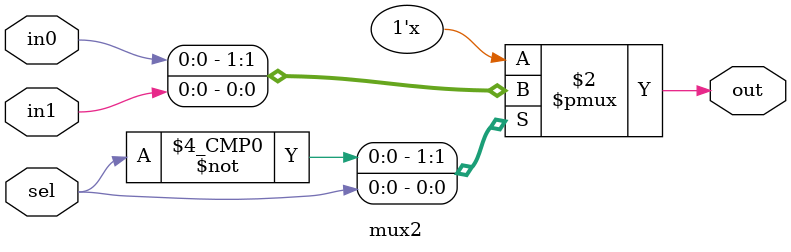
<source format=sv>
module mux2(
input logic  in0,
input logic  in1,
input logic  sel,
output logic out
);

always_comb begin
case(sel)
 1'b0: out = in0;
 1'b1: out = in1;
endcase
end

endmodule

</source>
